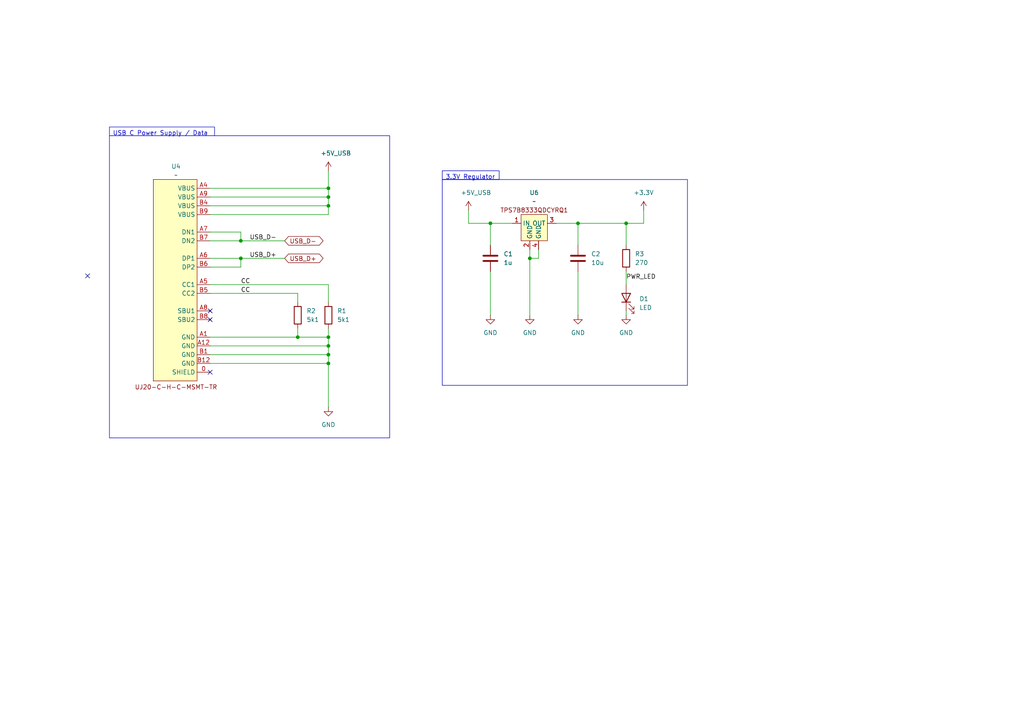
<source format=kicad_sch>
(kicad_sch
	(version 20231120)
	(generator "eeschema")
	(generator_version "8.0")
	(uuid "18f2d461-4e66-4e37-bdf1-5da1e1276a11")
	(paper "A4")
	(lib_symbols
		(symbol "+5V_USB_1"
			(power)
			(exclude_from_sim no)
			(in_bom no)
			(on_board no)
			(property "Reference" "#PWR"
				(at 0 0 0)
				(effects
					(font
						(size 1.27 1.27)
					)
					(hide yes)
				)
			)
			(property "Value" "+5V_USB"
				(at 0 0 0)
				(effects
					(font
						(size 1.27 1.27)
					)
				)
			)
			(property "Footprint" ""
				(at 0 0 0)
				(effects
					(font
						(size 1.27 1.27)
					)
					(hide yes)
				)
			)
			(property "Datasheet" ""
				(at 0 0 0)
				(effects
					(font
						(size 1.27 1.27)
					)
					(hide yes)
				)
			)
			(property "Description" ""
				(at 0 0 0)
				(effects
					(font
						(size 1.27 1.27)
					)
					(hide yes)
				)
			)
			(symbol "+5V_USB_1_0_1"
				(polyline
					(pts
						(xy 0 0) (xy 0 2.54)
					)
					(stroke
						(width 0)
						(type default)
					)
					(fill
						(type none)
					)
				)
				(polyline
					(pts
						(xy 0 2.54) (xy -0.762 1.27)
					)
					(stroke
						(width 0)
						(type default)
					)
					(fill
						(type none)
					)
				)
				(polyline
					(pts
						(xy 0 2.54) (xy 0.762 1.27)
					)
					(stroke
						(width 0)
						(type default)
					)
					(fill
						(type none)
					)
				)
				(polyline
					(pts
						(xy 5.08 0.889) (xy 5.08 0.889)
					)
					(stroke
						(width 0)
						(type default)
					)
					(fill
						(type none)
					)
				)
			)
			(symbol "+5V_USB_1_1_1"
				(pin power_out line
					(at 0 0 90)
					(length 2.54) hide
					(name "+5V_USB"
						(effects
							(font
								(size 1.27 1.27)
							)
						)
					)
					(number "1"
						(effects
							(font
								(size 1.27 1.27)
							)
						)
					)
				)
			)
		)
		(symbol "Device:C"
			(pin_numbers hide)
			(pin_names
				(offset 0.254)
			)
			(exclude_from_sim no)
			(in_bom yes)
			(on_board yes)
			(property "Reference" "C"
				(at 0.635 2.54 0)
				(effects
					(font
						(size 1.27 1.27)
					)
					(justify left)
				)
			)
			(property "Value" "C"
				(at 0.635 -2.54 0)
				(effects
					(font
						(size 1.27 1.27)
					)
					(justify left)
				)
			)
			(property "Footprint" ""
				(at 0.9652 -3.81 0)
				(effects
					(font
						(size 1.27 1.27)
					)
					(hide yes)
				)
			)
			(property "Datasheet" "~"
				(at 0 0 0)
				(effects
					(font
						(size 1.27 1.27)
					)
					(hide yes)
				)
			)
			(property "Description" "Unpolarized capacitor"
				(at 0 0 0)
				(effects
					(font
						(size 1.27 1.27)
					)
					(hide yes)
				)
			)
			(property "ki_keywords" "cap capacitor"
				(at 0 0 0)
				(effects
					(font
						(size 1.27 1.27)
					)
					(hide yes)
				)
			)
			(property "ki_fp_filters" "C_*"
				(at 0 0 0)
				(effects
					(font
						(size 1.27 1.27)
					)
					(hide yes)
				)
			)
			(symbol "C_0_1"
				(polyline
					(pts
						(xy -2.032 -0.762) (xy 2.032 -0.762)
					)
					(stroke
						(width 0.508)
						(type default)
					)
					(fill
						(type none)
					)
				)
				(polyline
					(pts
						(xy -2.032 0.762) (xy 2.032 0.762)
					)
					(stroke
						(width 0.508)
						(type default)
					)
					(fill
						(type none)
					)
				)
			)
			(symbol "C_1_1"
				(pin passive line
					(at 0 3.81 270)
					(length 2.794)
					(name "~"
						(effects
							(font
								(size 1.27 1.27)
							)
						)
					)
					(number "1"
						(effects
							(font
								(size 1.27 1.27)
							)
						)
					)
				)
				(pin passive line
					(at 0 -3.81 90)
					(length 2.794)
					(name "~"
						(effects
							(font
								(size 1.27 1.27)
							)
						)
					)
					(number "2"
						(effects
							(font
								(size 1.27 1.27)
							)
						)
					)
				)
			)
		)
		(symbol "Device:LED"
			(pin_numbers hide)
			(pin_names
				(offset 1.016) hide)
			(exclude_from_sim no)
			(in_bom yes)
			(on_board yes)
			(property "Reference" "D"
				(at 0 2.54 0)
				(effects
					(font
						(size 1.27 1.27)
					)
				)
			)
			(property "Value" "LED"
				(at 0 -2.54 0)
				(effects
					(font
						(size 1.27 1.27)
					)
				)
			)
			(property "Footprint" ""
				(at 0 0 0)
				(effects
					(font
						(size 1.27 1.27)
					)
					(hide yes)
				)
			)
			(property "Datasheet" "~"
				(at 0 0 0)
				(effects
					(font
						(size 1.27 1.27)
					)
					(hide yes)
				)
			)
			(property "Description" "Light emitting diode"
				(at 0 0 0)
				(effects
					(font
						(size 1.27 1.27)
					)
					(hide yes)
				)
			)
			(property "ki_keywords" "LED diode"
				(at 0 0 0)
				(effects
					(font
						(size 1.27 1.27)
					)
					(hide yes)
				)
			)
			(property "ki_fp_filters" "LED* LED_SMD:* LED_THT:*"
				(at 0 0 0)
				(effects
					(font
						(size 1.27 1.27)
					)
					(hide yes)
				)
			)
			(symbol "LED_0_1"
				(polyline
					(pts
						(xy -1.27 -1.27) (xy -1.27 1.27)
					)
					(stroke
						(width 0.254)
						(type default)
					)
					(fill
						(type none)
					)
				)
				(polyline
					(pts
						(xy -1.27 0) (xy 1.27 0)
					)
					(stroke
						(width 0)
						(type default)
					)
					(fill
						(type none)
					)
				)
				(polyline
					(pts
						(xy 1.27 -1.27) (xy 1.27 1.27) (xy -1.27 0) (xy 1.27 -1.27)
					)
					(stroke
						(width 0.254)
						(type default)
					)
					(fill
						(type none)
					)
				)
				(polyline
					(pts
						(xy -3.048 -0.762) (xy -4.572 -2.286) (xy -3.81 -2.286) (xy -4.572 -2.286) (xy -4.572 -1.524)
					)
					(stroke
						(width 0)
						(type default)
					)
					(fill
						(type none)
					)
				)
				(polyline
					(pts
						(xy -1.778 -0.762) (xy -3.302 -2.286) (xy -2.54 -2.286) (xy -3.302 -2.286) (xy -3.302 -1.524)
					)
					(stroke
						(width 0)
						(type default)
					)
					(fill
						(type none)
					)
				)
			)
			(symbol "LED_1_1"
				(pin passive line
					(at -3.81 0 0)
					(length 2.54)
					(name "K"
						(effects
							(font
								(size 1.27 1.27)
							)
						)
					)
					(number "1"
						(effects
							(font
								(size 1.27 1.27)
							)
						)
					)
				)
				(pin passive line
					(at 3.81 0 180)
					(length 2.54)
					(name "A"
						(effects
							(font
								(size 1.27 1.27)
							)
						)
					)
					(number "2"
						(effects
							(font
								(size 1.27 1.27)
							)
						)
					)
				)
			)
		)
		(symbol "Device:R"
			(pin_numbers hide)
			(pin_names
				(offset 0)
			)
			(exclude_from_sim no)
			(in_bom yes)
			(on_board yes)
			(property "Reference" "R"
				(at 2.032 0 90)
				(effects
					(font
						(size 1.27 1.27)
					)
				)
			)
			(property "Value" "R"
				(at 0 0 90)
				(effects
					(font
						(size 1.27 1.27)
					)
				)
			)
			(property "Footprint" ""
				(at -1.778 0 90)
				(effects
					(font
						(size 1.27 1.27)
					)
					(hide yes)
				)
			)
			(property "Datasheet" "~"
				(at 0 0 0)
				(effects
					(font
						(size 1.27 1.27)
					)
					(hide yes)
				)
			)
			(property "Description" "Resistor"
				(at 0 0 0)
				(effects
					(font
						(size 1.27 1.27)
					)
					(hide yes)
				)
			)
			(property "ki_keywords" "R res resistor"
				(at 0 0 0)
				(effects
					(font
						(size 1.27 1.27)
					)
					(hide yes)
				)
			)
			(property "ki_fp_filters" "R_*"
				(at 0 0 0)
				(effects
					(font
						(size 1.27 1.27)
					)
					(hide yes)
				)
			)
			(symbol "R_0_1"
				(rectangle
					(start -1.016 -2.54)
					(end 1.016 2.54)
					(stroke
						(width 0.254)
						(type default)
					)
					(fill
						(type none)
					)
				)
			)
			(symbol "R_1_1"
				(pin passive line
					(at 0 3.81 270)
					(length 1.27)
					(name "~"
						(effects
							(font
								(size 1.27 1.27)
							)
						)
					)
					(number "1"
						(effects
							(font
								(size 1.27 1.27)
							)
						)
					)
				)
				(pin passive line
					(at 0 -3.81 90)
					(length 1.27)
					(name "~"
						(effects
							(font
								(size 1.27 1.27)
							)
						)
					)
					(number "2"
						(effects
							(font
								(size 1.27 1.27)
							)
						)
					)
				)
			)
		)
		(symbol "custom:+5V_USB"
			(power)
			(exclude_from_sim no)
			(in_bom no)
			(on_board no)
			(property "Reference" "#PWR"
				(at 0 0 0)
				(effects
					(font
						(size 1.27 1.27)
					)
				)
			)
			(property "Value" "+5V_USB"
				(at 0 0 0)
				(effects
					(font
						(size 1.27 1.27)
					)
				)
			)
			(property "Footprint" ""
				(at 0 0 0)
				(effects
					(font
						(size 1.27 1.27)
					)
					(hide yes)
				)
			)
			(property "Datasheet" ""
				(at 0 0 0)
				(effects
					(font
						(size 1.27 1.27)
					)
					(hide yes)
				)
			)
			(property "Description" ""
				(at 0 0 0)
				(effects
					(font
						(size 1.27 1.27)
					)
					(hide yes)
				)
			)
			(symbol "+5V_USB_1_1"
				(pin power_in line
					(at 0 0 90)
					(length 2.54) hide
					(name "+5V_USB"
						(effects
							(font
								(size 1.27 1.27)
							)
						)
					)
					(number "1"
						(effects
							(font
								(size 1.27 1.27)
							)
						)
					)
				)
			)
		)
		(symbol "custom:TPS7B8333QDCYRQ1 (3.3V_LDO_Regulator)"
			(exclude_from_sim no)
			(in_bom yes)
			(on_board yes)
			(property "Reference" "U"
				(at 0 -0.254 0)
				(effects
					(font
						(size 1.27 1.27)
					)
				)
			)
			(property "Value" ""
				(at 0 -1.27 0)
				(effects
					(font
						(size 1.27 1.27)
					)
				)
			)
			(property "Footprint" ""
				(at 0 -1.27 0)
				(effects
					(font
						(size 1.27 1.27)
					)
					(hide yes)
				)
			)
			(property "Datasheet" ""
				(at 0 -1.27 0)
				(effects
					(font
						(size 1.27 1.27)
					)
					(hide yes)
				)
			)
			(property "Description" ""
				(at 0 -1.27 0)
				(effects
					(font
						(size 1.27 1.27)
					)
					(hide yes)
				)
			)
			(symbol "TPS7B8333QDCYRQ1 (3.3V_LDO_Regulator)_1_1"
				(rectangle
					(start -3.81 3.81)
					(end 3.81 -3.81)
					(stroke
						(width 0)
						(type default)
					)
					(fill
						(type background)
					)
				)
				(text "TPS7B8333QDCYRQ1"
					(at 0 5.08 0)
					(effects
						(font
							(size 1.27 1.27)
						)
					)
				)
				(pin power_in line
					(at -6.35 1.27 0)
					(length 2.54)
					(name "IN"
						(effects
							(font
								(size 1.27 1.27)
							)
						)
					)
					(number "1"
						(effects
							(font
								(size 1.27 1.27)
							)
						)
					)
				)
				(pin power_in line
					(at -1.27 -6.35 90)
					(length 2.54)
					(name "GND"
						(effects
							(font
								(size 1.27 1.27)
							)
						)
					)
					(number "2"
						(effects
							(font
								(size 1.27 1.27)
							)
						)
					)
				)
				(pin power_out line
					(at 6.35 1.27 180)
					(length 2.54)
					(name "OUT"
						(effects
							(font
								(size 1.27 1.27)
							)
						)
					)
					(number "3"
						(effects
							(font
								(size 1.27 1.27)
							)
						)
					)
				)
				(pin power_in line
					(at 1.27 -6.35 90)
					(length 2.54)
					(name "GND"
						(effects
							(font
								(size 1.27 1.27)
							)
						)
					)
					(number "4"
						(effects
							(font
								(size 1.27 1.27)
							)
						)
					)
				)
			)
		)
		(symbol "custom:UJ20-C-H-C-MSMT-TR (USB C 16 Pin)"
			(exclude_from_sim no)
			(in_bom yes)
			(on_board yes)
			(property "Reference" "U"
				(at 0 -0.254 0)
				(effects
					(font
						(size 1.27 1.27)
					)
				)
			)
			(property "Value" ""
				(at 16.51 -12.7 0)
				(effects
					(font
						(size 1.27 1.27)
					)
				)
			)
			(property "Footprint" ""
				(at 16.51 -12.7 0)
				(effects
					(font
						(size 1.27 1.27)
					)
					(hide yes)
				)
			)
			(property "Datasheet" ""
				(at 16.51 -12.7 0)
				(effects
					(font
						(size 1.27 1.27)
					)
					(hide yes)
				)
			)
			(property "Description" ""
				(at 16.51 -12.7 0)
				(effects
					(font
						(size 1.27 1.27)
					)
					(hide yes)
				)
			)
			(symbol "UJ20-C-H-C-MSMT-TR (USB C 16 Pin)_1_1"
				(rectangle
					(start -6.35 29.21)
					(end 6.35 -29.21)
					(stroke
						(width 0)
						(type default)
					)
					(fill
						(type background)
					)
				)
				(text "UJ20-C-H-C-MSMT-TR"
					(at 0.254 -30.988 0)
					(effects
						(font
							(size 1.27 1.27)
						)
					)
				)
				(pin power_out line
					(at 10.16 -26.67 180)
					(length 3.81)
					(name "SHIELD"
						(effects
							(font
								(size 1.27 1.27)
							)
						)
					)
					(number "0"
						(effects
							(font
								(size 1.27 1.27)
							)
						)
					)
				)
				(pin power_out line
					(at 10.16 -16.51 180)
					(length 3.81)
					(name "GND"
						(effects
							(font
								(size 1.27 1.27)
							)
						)
					)
					(number "A1"
						(effects
							(font
								(size 1.27 1.27)
							)
						)
					)
				)
				(pin power_out line
					(at 10.16 -19.05 180)
					(length 3.81)
					(name "GND"
						(effects
							(font
								(size 1.27 1.27)
							)
						)
					)
					(number "A12"
						(effects
							(font
								(size 1.27 1.27)
							)
						)
					)
				)
				(pin power_out line
					(at 10.16 26.67 180)
					(length 3.81)
					(name "VBUS"
						(effects
							(font
								(size 1.27 1.27)
							)
						)
					)
					(number "A4"
						(effects
							(font
								(size 1.27 1.27)
							)
						)
					)
				)
				(pin bidirectional line
					(at 10.16 -1.27 180)
					(length 3.81)
					(name "CC1"
						(effects
							(font
								(size 1.27 1.27)
							)
						)
					)
					(number "A5"
						(effects
							(font
								(size 1.27 1.27)
							)
						)
					)
				)
				(pin output line
					(at 10.16 6.35 180)
					(length 3.81)
					(name "DP1"
						(effects
							(font
								(size 1.27 1.27)
							)
						)
					)
					(number "A6"
						(effects
							(font
								(size 1.27 1.27)
							)
						)
					)
				)
				(pin output line
					(at 10.16 13.97 180)
					(length 3.81)
					(name "DN1"
						(effects
							(font
								(size 1.27 1.27)
							)
						)
					)
					(number "A7"
						(effects
							(font
								(size 1.27 1.27)
							)
						)
					)
				)
				(pin no_connect line
					(at 10.16 -8.89 180)
					(length 3.81)
					(name "SBU1"
						(effects
							(font
								(size 1.27 1.27)
							)
						)
					)
					(number "A8"
						(effects
							(font
								(size 1.27 1.27)
							)
						)
					)
				)
				(pin power_out line
					(at 10.16 24.13 180)
					(length 3.81)
					(name "VBUS"
						(effects
							(font
								(size 1.27 1.27)
							)
						)
					)
					(number "A9"
						(effects
							(font
								(size 1.27 1.27)
							)
						)
					)
				)
				(pin power_out line
					(at 10.16 -21.59 180)
					(length 3.81)
					(name "GND"
						(effects
							(font
								(size 1.27 1.27)
							)
						)
					)
					(number "B1"
						(effects
							(font
								(size 1.27 1.27)
							)
						)
					)
				)
				(pin power_out line
					(at 10.16 -24.13 180)
					(length 3.81)
					(name "GND"
						(effects
							(font
								(size 1.27 1.27)
							)
						)
					)
					(number "B12"
						(effects
							(font
								(size 1.27 1.27)
							)
						)
					)
				)
				(pin power_out line
					(at 10.16 21.59 180)
					(length 3.81)
					(name "VBUS"
						(effects
							(font
								(size 1.27 1.27)
							)
						)
					)
					(number "B4"
						(effects
							(font
								(size 1.27 1.27)
							)
						)
					)
				)
				(pin bidirectional line
					(at 10.16 -3.81 180)
					(length 3.81)
					(name "CC2"
						(effects
							(font
								(size 1.27 1.27)
							)
						)
					)
					(number "B5"
						(effects
							(font
								(size 1.27 1.27)
							)
						)
					)
				)
				(pin output line
					(at 10.16 3.81 180)
					(length 3.81)
					(name "DP2"
						(effects
							(font
								(size 1.27 1.27)
							)
						)
					)
					(number "B6"
						(effects
							(font
								(size 1.27 1.27)
							)
						)
					)
				)
				(pin output line
					(at 10.16 11.43 180)
					(length 3.81)
					(name "DN2"
						(effects
							(font
								(size 1.27 1.27)
							)
						)
					)
					(number "B7"
						(effects
							(font
								(size 1.27 1.27)
							)
						)
					)
				)
				(pin no_connect line
					(at 10.16 -11.43 180)
					(length 3.81)
					(name "SBU2"
						(effects
							(font
								(size 1.27 1.27)
							)
						)
					)
					(number "B8"
						(effects
							(font
								(size 1.27 1.27)
							)
						)
					)
				)
				(pin power_out line
					(at 10.16 19.05 180)
					(length 3.81)
					(name "VBUS"
						(effects
							(font
								(size 1.27 1.27)
							)
						)
					)
					(number "B9"
						(effects
							(font
								(size 1.27 1.27)
							)
						)
					)
				)
			)
		)
		(symbol "power:+3.3V"
			(power)
			(pin_numbers hide)
			(pin_names
				(offset 0) hide)
			(exclude_from_sim no)
			(in_bom yes)
			(on_board yes)
			(property "Reference" "#PWR"
				(at 0 -3.81 0)
				(effects
					(font
						(size 1.27 1.27)
					)
					(hide yes)
				)
			)
			(property "Value" "+3.3V"
				(at 0 3.556 0)
				(effects
					(font
						(size 1.27 1.27)
					)
				)
			)
			(property "Footprint" ""
				(at 0 0 0)
				(effects
					(font
						(size 1.27 1.27)
					)
					(hide yes)
				)
			)
			(property "Datasheet" ""
				(at 0 0 0)
				(effects
					(font
						(size 1.27 1.27)
					)
					(hide yes)
				)
			)
			(property "Description" "Power symbol creates a global label with name \"+3.3V\""
				(at 0 0 0)
				(effects
					(font
						(size 1.27 1.27)
					)
					(hide yes)
				)
			)
			(property "ki_keywords" "global power"
				(at 0 0 0)
				(effects
					(font
						(size 1.27 1.27)
					)
					(hide yes)
				)
			)
			(symbol "+3.3V_0_1"
				(polyline
					(pts
						(xy -0.762 1.27) (xy 0 2.54)
					)
					(stroke
						(width 0)
						(type default)
					)
					(fill
						(type none)
					)
				)
				(polyline
					(pts
						(xy 0 0) (xy 0 2.54)
					)
					(stroke
						(width 0)
						(type default)
					)
					(fill
						(type none)
					)
				)
				(polyline
					(pts
						(xy 0 2.54) (xy 0.762 1.27)
					)
					(stroke
						(width 0)
						(type default)
					)
					(fill
						(type none)
					)
				)
			)
			(symbol "+3.3V_1_1"
				(pin power_in line
					(at 0 0 90)
					(length 0)
					(name "~"
						(effects
							(font
								(size 1.27 1.27)
							)
						)
					)
					(number "1"
						(effects
							(font
								(size 1.27 1.27)
							)
						)
					)
				)
			)
		)
		(symbol "power:GND"
			(power)
			(pin_numbers hide)
			(pin_names
				(offset 0) hide)
			(exclude_from_sim no)
			(in_bom yes)
			(on_board yes)
			(property "Reference" "#PWR"
				(at 0 -6.35 0)
				(effects
					(font
						(size 1.27 1.27)
					)
					(hide yes)
				)
			)
			(property "Value" "GND"
				(at 0 -3.81 0)
				(effects
					(font
						(size 1.27 1.27)
					)
				)
			)
			(property "Footprint" ""
				(at 0 0 0)
				(effects
					(font
						(size 1.27 1.27)
					)
					(hide yes)
				)
			)
			(property "Datasheet" ""
				(at 0 0 0)
				(effects
					(font
						(size 1.27 1.27)
					)
					(hide yes)
				)
			)
			(property "Description" "Power symbol creates a global label with name \"GND\" , ground"
				(at 0 0 0)
				(effects
					(font
						(size 1.27 1.27)
					)
					(hide yes)
				)
			)
			(property "ki_keywords" "global power"
				(at 0 0 0)
				(effects
					(font
						(size 1.27 1.27)
					)
					(hide yes)
				)
			)
			(symbol "GND_0_1"
				(polyline
					(pts
						(xy 0 0) (xy 0 -1.27) (xy 1.27 -1.27) (xy 0 -2.54) (xy -1.27 -1.27) (xy 0 -1.27)
					)
					(stroke
						(width 0)
						(type default)
					)
					(fill
						(type none)
					)
				)
			)
			(symbol "GND_1_1"
				(pin power_in line
					(at 0 0 270)
					(length 0)
					(name "~"
						(effects
							(font
								(size 1.27 1.27)
							)
						)
					)
					(number "1"
						(effects
							(font
								(size 1.27 1.27)
							)
						)
					)
				)
			)
		)
	)
	(junction
		(at 69.85 69.85)
		(diameter 0)
		(color 0 0 0 0)
		(uuid "006c0120-92ac-413e-82be-24bbe5a3d0b1")
	)
	(junction
		(at 69.85 74.93)
		(diameter 0)
		(color 0 0 0 0)
		(uuid "01cde326-7f26-46f0-8525-5e56643cd451")
	)
	(junction
		(at 95.25 59.69)
		(diameter 0)
		(color 0 0 0 0)
		(uuid "0da41bcd-1f0f-44a2-acb3-8a7c021681a7")
	)
	(junction
		(at 95.25 102.87)
		(diameter 0)
		(color 0 0 0 0)
		(uuid "22d3872c-4536-42d1-8876-6cf28761ea1a")
	)
	(junction
		(at 95.25 54.61)
		(diameter 0)
		(color 0 0 0 0)
		(uuid "5d2fb3a1-ca46-41b8-b2cf-f7823f3130fa")
	)
	(junction
		(at 95.25 97.79)
		(diameter 0)
		(color 0 0 0 0)
		(uuid "90cb57a2-89f1-44d1-a328-484baa5d85f6")
	)
	(junction
		(at 153.67 74.93)
		(diameter 0)
		(color 0 0 0 0)
		(uuid "911d84d1-9b10-4c69-9e2b-6ae065926c42")
	)
	(junction
		(at 95.25 57.15)
		(diameter 0)
		(color 0 0 0 0)
		(uuid "9197655c-0ddc-4e0e-b8f9-b685b2a84fc2")
	)
	(junction
		(at 181.61 64.77)
		(diameter 0)
		(color 0 0 0 0)
		(uuid "a490c7d7-b0cc-47b6-ab56-1a09988bcfe7")
	)
	(junction
		(at 86.36 97.79)
		(diameter 0)
		(color 0 0 0 0)
		(uuid "b46c5fdb-1a75-48d3-8f6f-ba3ca3299ada")
	)
	(junction
		(at 167.64 64.77)
		(diameter 0)
		(color 0 0 0 0)
		(uuid "c99cf8d8-a5ed-4369-b270-fa2be04226ad")
	)
	(junction
		(at 95.25 100.33)
		(diameter 0)
		(color 0 0 0 0)
		(uuid "e7021eb2-1b60-449d-96d8-503daeaebb39")
	)
	(junction
		(at 95.25 105.41)
		(diameter 0)
		(color 0 0 0 0)
		(uuid "f12e7872-06d6-40cc-afcc-9fb46e7133b3")
	)
	(junction
		(at 142.24 64.77)
		(diameter 0)
		(color 0 0 0 0)
		(uuid "fc12bf77-d75c-45cb-85a8-de9349f97714")
	)
	(no_connect
		(at 60.96 92.71)
		(uuid "6d1f93d6-31cd-4a26-9afa-629d8a31d415")
	)
	(no_connect
		(at 25.4 80.01)
		(uuid "c09e6b1d-bf4a-4a2a-859c-bc7bbb9f2c40")
	)
	(no_connect
		(at 60.96 90.17)
		(uuid "d1f8eaf9-fccb-41c4-8ad1-24f480caf717")
	)
	(no_connect
		(at 60.96 107.95)
		(uuid "fed74963-b907-404c-b31d-2867d899fd8e")
	)
	(wire
		(pts
			(xy 142.24 64.77) (xy 148.59 64.77)
		)
		(stroke
			(width 0)
			(type default)
		)
		(uuid "05fc541f-4934-46e9-beb1-cde8ab723679")
	)
	(wire
		(pts
			(xy 60.96 97.79) (xy 86.36 97.79)
		)
		(stroke
			(width 0)
			(type default)
		)
		(uuid "076d0535-8a1b-4ea0-8c77-63b7c8714915")
	)
	(wire
		(pts
			(xy 181.61 64.77) (xy 186.69 64.77)
		)
		(stroke
			(width 0)
			(type default)
		)
		(uuid "0ceae4ad-31ae-4d1f-a4e6-512af1fcd54b")
	)
	(wire
		(pts
			(xy 69.85 77.47) (xy 69.85 74.93)
		)
		(stroke
			(width 0)
			(type default)
		)
		(uuid "10af97e8-cc5f-4851-aade-a89fdb683fee")
	)
	(wire
		(pts
			(xy 156.21 72.39) (xy 156.21 74.93)
		)
		(stroke
			(width 0)
			(type default)
		)
		(uuid "15c5e0b3-0a57-4004-83c8-0c69fad8e282")
	)
	(wire
		(pts
			(xy 95.25 100.33) (xy 95.25 102.87)
		)
		(stroke
			(width 0)
			(type default)
		)
		(uuid "164b6b4e-a118-4189-a554-8c76f85634e9")
	)
	(wire
		(pts
			(xy 60.96 85.09) (xy 86.36 85.09)
		)
		(stroke
			(width 0)
			(type default)
		)
		(uuid "16c309f8-7868-4594-910a-61606b6856e6")
	)
	(wire
		(pts
			(xy 60.96 105.41) (xy 95.25 105.41)
		)
		(stroke
			(width 0)
			(type default)
		)
		(uuid "1987a2b5-6b62-488e-94c1-ba75ab3afec7")
	)
	(wire
		(pts
			(xy 95.25 102.87) (xy 95.25 105.41)
		)
		(stroke
			(width 0)
			(type default)
		)
		(uuid "1c2d7843-4e5d-4e90-9c9c-c5a6261c1ac6")
	)
	(wire
		(pts
			(xy 69.85 69.85) (xy 69.85 67.31)
		)
		(stroke
			(width 0)
			(type default)
		)
		(uuid "2a3fdaff-4bad-4e90-936b-1c867c29ce89")
	)
	(wire
		(pts
			(xy 60.96 57.15) (xy 95.25 57.15)
		)
		(stroke
			(width 0)
			(type default)
		)
		(uuid "30e46429-f760-47ea-886a-7575804943df")
	)
	(wire
		(pts
			(xy 60.96 74.93) (xy 69.85 74.93)
		)
		(stroke
			(width 0)
			(type default)
		)
		(uuid "38c80876-7931-4f01-8149-fb845f6e3e72")
	)
	(wire
		(pts
			(xy 167.64 64.77) (xy 181.61 64.77)
		)
		(stroke
			(width 0)
			(type default)
		)
		(uuid "48691299-da6f-4aad-b15a-779396fc24f1")
	)
	(wire
		(pts
			(xy 95.25 59.69) (xy 95.25 57.15)
		)
		(stroke
			(width 0)
			(type default)
		)
		(uuid "57bd3462-330b-45ee-9c72-5f01bc9bfe08")
	)
	(wire
		(pts
			(xy 82.55 69.85) (xy 69.85 69.85)
		)
		(stroke
			(width 0)
			(type default)
		)
		(uuid "60d6471d-fd96-41e7-a52c-be74b994d355")
	)
	(wire
		(pts
			(xy 156.21 74.93) (xy 153.67 74.93)
		)
		(stroke
			(width 0)
			(type default)
		)
		(uuid "6919c593-dab2-443e-b263-0265365670d9")
	)
	(wire
		(pts
			(xy 95.25 57.15) (xy 95.25 54.61)
		)
		(stroke
			(width 0)
			(type default)
		)
		(uuid "6fe6f8b9-b819-43aa-90d4-d18205d266ad")
	)
	(wire
		(pts
			(xy 95.25 105.41) (xy 95.25 118.11)
		)
		(stroke
			(width 0)
			(type default)
		)
		(uuid "71ef331e-2322-42f0-932a-66b21a4c8aa1")
	)
	(wire
		(pts
			(xy 60.96 100.33) (xy 95.25 100.33)
		)
		(stroke
			(width 0)
			(type default)
		)
		(uuid "7beba15d-b825-45f4-b4c3-a5798ca946d2")
	)
	(wire
		(pts
			(xy 60.96 77.47) (xy 69.85 77.47)
		)
		(stroke
			(width 0)
			(type default)
		)
		(uuid "7c19e56b-c6ff-41b8-8a6d-e5abaeb930af")
	)
	(wire
		(pts
			(xy 60.96 62.23) (xy 95.25 62.23)
		)
		(stroke
			(width 0)
			(type default)
		)
		(uuid "80ac90c7-ca11-4d90-ad99-c8b0ebadd683")
	)
	(wire
		(pts
			(xy 161.29 64.77) (xy 167.64 64.77)
		)
		(stroke
			(width 0)
			(type default)
		)
		(uuid "83e0654c-1e4c-4b70-9725-33a050ba4006")
	)
	(wire
		(pts
			(xy 181.61 64.77) (xy 181.61 71.12)
		)
		(stroke
			(width 0)
			(type default)
		)
		(uuid "8c465c13-748f-4d11-ac1e-cb461adae82f")
	)
	(wire
		(pts
			(xy 186.69 60.96) (xy 186.69 64.77)
		)
		(stroke
			(width 0)
			(type default)
		)
		(uuid "8dcf261a-0a67-4320-8f28-88f8c68f231c")
	)
	(wire
		(pts
			(xy 95.25 95.25) (xy 95.25 97.79)
		)
		(stroke
			(width 0)
			(type default)
		)
		(uuid "956d3880-d039-41b3-9f1f-04fe1d241dd2")
	)
	(wire
		(pts
			(xy 60.96 59.69) (xy 95.25 59.69)
		)
		(stroke
			(width 0)
			(type default)
		)
		(uuid "9edaed43-1057-4981-bae1-98e5ad9c52c5")
	)
	(wire
		(pts
			(xy 95.25 82.55) (xy 95.25 87.63)
		)
		(stroke
			(width 0)
			(type default)
		)
		(uuid "a34fa14b-70da-4421-b398-4199bdaadc0e")
	)
	(wire
		(pts
			(xy 167.64 78.74) (xy 167.64 91.44)
		)
		(stroke
			(width 0)
			(type default)
		)
		(uuid "a51ca614-bd9f-4ea3-8ac6-0a0da5617628")
	)
	(wire
		(pts
			(xy 153.67 72.39) (xy 153.67 74.93)
		)
		(stroke
			(width 0)
			(type default)
		)
		(uuid "ab65bae6-0fc9-4aed-b797-32f491a73588")
	)
	(wire
		(pts
			(xy 86.36 95.25) (xy 86.36 97.79)
		)
		(stroke
			(width 0)
			(type default)
		)
		(uuid "af3b0ac0-c6b7-427e-ae34-401cb616bb47")
	)
	(wire
		(pts
			(xy 60.96 54.61) (xy 95.25 54.61)
		)
		(stroke
			(width 0)
			(type default)
		)
		(uuid "b0df6876-05de-4af6-bd56-5d8a3d02b935")
	)
	(wire
		(pts
			(xy 135.89 60.96) (xy 135.89 64.77)
		)
		(stroke
			(width 0)
			(type default)
		)
		(uuid "b347982f-f612-417d-8770-06599147c6cf")
	)
	(wire
		(pts
			(xy 142.24 64.77) (xy 142.24 71.12)
		)
		(stroke
			(width 0)
			(type default)
		)
		(uuid "bf042d03-d5bd-4cc8-a1f0-b34bbf6c8073")
	)
	(wire
		(pts
			(xy 60.96 69.85) (xy 69.85 69.85)
		)
		(stroke
			(width 0)
			(type default)
		)
		(uuid "c279fe0f-e212-416b-bc41-8d1397fbb0c6")
	)
	(wire
		(pts
			(xy 60.96 82.55) (xy 95.25 82.55)
		)
		(stroke
			(width 0)
			(type default)
		)
		(uuid "cb2f68f4-a949-49c4-afc3-a921a02baafa")
	)
	(wire
		(pts
			(xy 135.89 64.77) (xy 142.24 64.77)
		)
		(stroke
			(width 0)
			(type default)
		)
		(uuid "cc9316f6-fd2a-4e2c-9a13-0169ebb9a7c9")
	)
	(wire
		(pts
			(xy 60.96 102.87) (xy 95.25 102.87)
		)
		(stroke
			(width 0)
			(type default)
		)
		(uuid "cdcd89a5-045d-430a-99e6-bb5262b42684")
	)
	(wire
		(pts
			(xy 181.61 90.17) (xy 181.61 91.44)
		)
		(stroke
			(width 0)
			(type default)
		)
		(uuid "ce24ce10-fd0d-4944-9df3-92de2148ec19")
	)
	(wire
		(pts
			(xy 86.36 97.79) (xy 95.25 97.79)
		)
		(stroke
			(width 0)
			(type default)
		)
		(uuid "d1948735-7cf1-4178-b4aa-a48866b7c7d2")
	)
	(wire
		(pts
			(xy 153.67 74.93) (xy 153.67 91.44)
		)
		(stroke
			(width 0)
			(type default)
		)
		(uuid "d3c36039-18da-4a14-9f0d-b4c02a30e0c5")
	)
	(wire
		(pts
			(xy 142.24 78.74) (xy 142.24 91.44)
		)
		(stroke
			(width 0)
			(type default)
		)
		(uuid "d86b38da-7413-46ce-8de2-3a33e3063aef")
	)
	(wire
		(pts
			(xy 95.25 97.79) (xy 95.25 100.33)
		)
		(stroke
			(width 0)
			(type default)
		)
		(uuid "da6fa77e-6b03-4201-93e3-32b4a6a745f7")
	)
	(wire
		(pts
			(xy 86.36 85.09) (xy 86.36 87.63)
		)
		(stroke
			(width 0)
			(type default)
		)
		(uuid "eecb87b6-724e-42b2-ba02-e97c0623b0e5")
	)
	(wire
		(pts
			(xy 181.61 78.74) (xy 181.61 82.55)
		)
		(stroke
			(width 0)
			(type default)
		)
		(uuid "f0a9804e-4a2f-48b7-92e2-05e86b7a3dcd")
	)
	(wire
		(pts
			(xy 82.55 74.93) (xy 69.85 74.93)
		)
		(stroke
			(width 0)
			(type default)
		)
		(uuid "f268bda6-7ce9-4fde-92dc-f8bc6c364720")
	)
	(wire
		(pts
			(xy 167.64 64.77) (xy 167.64 71.12)
		)
		(stroke
			(width 0)
			(type default)
		)
		(uuid "fc04cbe3-ad1d-456d-abed-4570904e905c")
	)
	(wire
		(pts
			(xy 60.96 67.31) (xy 69.85 67.31)
		)
		(stroke
			(width 0)
			(type default)
		)
		(uuid "fd3e8357-f0e3-4385-ae4b-bdc318aa3644")
	)
	(wire
		(pts
			(xy 95.25 62.23) (xy 95.25 59.69)
		)
		(stroke
			(width 0)
			(type default)
		)
		(uuid "fea53086-34aa-4646-93e9-a250ac6b2623")
	)
	(wire
		(pts
			(xy 95.25 49.53) (xy 95.25 54.61)
		)
		(stroke
			(width 0)
			(type default)
		)
		(uuid "fedd5e8a-b241-4fda-a8bc-0563999457c2")
	)
	(rectangle
		(start 31.75 39.37)
		(end 113.03 127)
		(stroke
			(width 0)
			(type default)
		)
		(fill
			(type none)
		)
		(uuid 3a93f580-9df4-4e4c-b9d9-5be120b83ecb)
	)
	(rectangle
		(start 128.27 52.07)
		(end 199.39 111.76)
		(stroke
			(width 0)
			(type default)
		)
		(fill
			(type none)
		)
		(uuid 69065580-03c4-4b04-9d8a-c7474922f114)
	)
	(text_box "USB C Power Supply / Data"
		(exclude_from_sim no)
		(at 31.75 36.83 0)
		(size 30.48 2.54)
		(stroke
			(width 0)
			(type default)
		)
		(fill
			(type none)
		)
		(effects
			(font
				(size 1.27 1.27)
			)
			(justify left top)
		)
		(uuid "583f5638-a7f5-45a0-a1c8-4e0c4ab68382")
	)
	(text_box "3.3V Regulator"
		(exclude_from_sim no)
		(at 128.27 49.53 0)
		(size 16.51 2.54)
		(stroke
			(width 0)
			(type default)
		)
		(fill
			(type none)
		)
		(effects
			(font
				(size 1.27 1.27)
			)
			(justify left top)
		)
		(uuid "7a7b315d-6fa5-4e44-a69d-7df7a2945d32")
	)
	(label "PWR_LED"
		(at 181.61 81.28 0)
		(fields_autoplaced yes)
		(effects
			(font
				(size 1.27 1.27)
			)
			(justify left bottom)
		)
		(uuid "31b9c3de-0e97-4eed-aaca-de0e0817eb2a")
	)
	(label "CC"
		(at 69.85 85.09 0)
		(fields_autoplaced yes)
		(effects
			(font
				(size 1.27 1.27)
			)
			(justify left bottom)
		)
		(uuid "98e695cb-34a9-43ea-9f2e-d72d52da888c")
	)
	(label "USB_D+"
		(at 72.39 74.93 0)
		(fields_autoplaced yes)
		(effects
			(font
				(size 1.27 1.27)
			)
			(justify left bottom)
		)
		(uuid "9f1c7226-4c75-4dd9-92a3-5181f8ff1b15")
	)
	(label "CC"
		(at 69.85 82.55 0)
		(fields_autoplaced yes)
		(effects
			(font
				(size 1.27 1.27)
			)
			(justify left bottom)
		)
		(uuid "c02c1ec4-fb94-4c1f-97cd-c193cab600c0")
	)
	(label "USB_D-"
		(at 72.39 69.85 0)
		(fields_autoplaced yes)
		(effects
			(font
				(size 1.27 1.27)
			)
			(justify left bottom)
		)
		(uuid "c9350282-646b-4824-a209-5bbc0bbcdd00")
	)
	(global_label "USB_D-"
		(shape bidirectional)
		(at 82.55 69.85 0)
		(fields_autoplaced yes)
		(effects
			(font
				(size 1.27 1.27)
			)
			(justify left)
		)
		(uuid "7935495b-bcf6-40ef-99b2-4a0b2b6479cc")
		(property "Intersheetrefs" "${INTERSHEET_REFS}"
			(at 94.2665 69.85 0)
			(effects
				(font
					(size 1.27 1.27)
				)
				(justify left)
				(hide yes)
			)
		)
	)
	(global_label "USB_D+"
		(shape bidirectional)
		(at 82.55 74.93 0)
		(fields_autoplaced yes)
		(effects
			(font
				(size 1.27 1.27)
			)
			(justify left)
		)
		(uuid "ffd7b938-870d-46d7-a20f-4f06debc8bcb")
		(property "Intersheetrefs" "${INTERSHEET_REFS}"
			(at 94.2665 74.93 0)
			(effects
				(font
					(size 1.27 1.27)
				)
				(justify left)
				(hide yes)
			)
		)
	)
	(symbol
		(lib_id "Device:R")
		(at 181.61 74.93 0)
		(unit 1)
		(exclude_from_sim no)
		(in_bom yes)
		(on_board yes)
		(dnp no)
		(fields_autoplaced yes)
		(uuid "055f5224-1d7e-487c-a177-79c6e0a84e5d")
		(property "Reference" "R3"
			(at 184.15 73.6599 0)
			(effects
				(font
					(size 1.27 1.27)
				)
				(justify left)
			)
		)
		(property "Value" "270"
			(at 184.15 76.1999 0)
			(effects
				(font
					(size 1.27 1.27)
				)
				(justify left)
			)
		)
		(property "Footprint" "Resistor_SMD:R_0603_1608Metric"
			(at 179.832 74.93 90)
			(effects
				(font
					(size 1.27 1.27)
				)
				(hide yes)
			)
		)
		(property "Datasheet" "~"
			(at 181.61 74.93 0)
			(effects
				(font
					(size 1.27 1.27)
				)
				(hide yes)
			)
		)
		(property "Description" "Resistor"
			(at 181.61 74.93 0)
			(effects
				(font
					(size 1.27 1.27)
				)
				(hide yes)
			)
		)
		(pin "1"
			(uuid "44e41452-83e2-4029-b49f-53511e382be9")
		)
		(pin "2"
			(uuid "ea072554-c8ce-4f9b-9ca6-73daf0b9f1fb")
		)
		(instances
			(project ""
				(path "/342e1e7c-839e-4cd3-a9c3-2caee679f2e5/13c5de07-3255-4d28-9ff7-29d107a6e2e5"
					(reference "R3")
					(unit 1)
				)
			)
		)
	)
	(symbol
		(lib_id "Device:C")
		(at 167.64 74.93 0)
		(unit 1)
		(exclude_from_sim no)
		(in_bom yes)
		(on_board yes)
		(dnp no)
		(fields_autoplaced yes)
		(uuid "06757452-2127-4741-9d33-3e29c75f5108")
		(property "Reference" "C2"
			(at 171.45 73.6599 0)
			(effects
				(font
					(size 1.27 1.27)
				)
				(justify left)
			)
		)
		(property "Value" "10u"
			(at 171.45 76.1999 0)
			(effects
				(font
					(size 1.27 1.27)
				)
				(justify left)
			)
		)
		(property "Footprint" "Capacitor_SMD:C_0603_1608Metric"
			(at 168.6052 78.74 0)
			(effects
				(font
					(size 1.27 1.27)
				)
				(hide yes)
			)
		)
		(property "Datasheet" "~"
			(at 167.64 74.93 0)
			(effects
				(font
					(size 1.27 1.27)
				)
				(hide yes)
			)
		)
		(property "Description" "Unpolarized capacitor"
			(at 167.64 74.93 0)
			(effects
				(font
					(size 1.27 1.27)
				)
				(hide yes)
			)
		)
		(pin "1"
			(uuid "bcf87673-1ac2-4966-87e4-a89eba321e92")
		)
		(pin "2"
			(uuid "ffb25a4d-a596-4088-875a-440ddbc71678")
		)
		(instances
			(project "stm32G0_mcu"
				(path "/342e1e7c-839e-4cd3-a9c3-2caee679f2e5/13c5de07-3255-4d28-9ff7-29d107a6e2e5"
					(reference "C2")
					(unit 1)
				)
			)
		)
	)
	(symbol
		(lib_id "Device:R")
		(at 86.36 91.44 0)
		(unit 1)
		(exclude_from_sim no)
		(in_bom yes)
		(on_board yes)
		(dnp no)
		(fields_autoplaced yes)
		(uuid "0e15502a-bcf7-4765-b342-84cfadf178af")
		(property "Reference" "R2"
			(at 88.9 90.1699 0)
			(effects
				(font
					(size 1.27 1.27)
				)
				(justify left)
			)
		)
		(property "Value" "5k1"
			(at 88.9 92.7099 0)
			(effects
				(font
					(size 1.27 1.27)
				)
				(justify left)
			)
		)
		(property "Footprint" "Resistor_SMD:R_0603_1608Metric"
			(at 84.582 91.44 90)
			(effects
				(font
					(size 1.27 1.27)
				)
				(hide yes)
			)
		)
		(property "Datasheet" "~"
			(at 86.36 91.44 0)
			(effects
				(font
					(size 1.27 1.27)
				)
				(hide yes)
			)
		)
		(property "Description" "Resistor"
			(at 86.36 91.44 0)
			(effects
				(font
					(size 1.27 1.27)
				)
				(hide yes)
			)
		)
		(pin "1"
			(uuid "0ee248ab-5d6e-41d1-b686-797ea7966632")
		)
		(pin "2"
			(uuid "0efba210-1d01-43e7-853f-eee9f7e239d0")
		)
		(instances
			(project "stm32G0_mcu"
				(path "/342e1e7c-839e-4cd3-a9c3-2caee679f2e5/13c5de07-3255-4d28-9ff7-29d107a6e2e5"
					(reference "R2")
					(unit 1)
				)
			)
		)
	)
	(symbol
		(lib_id "Device:C")
		(at 142.24 74.93 0)
		(unit 1)
		(exclude_from_sim no)
		(in_bom yes)
		(on_board yes)
		(dnp no)
		(fields_autoplaced yes)
		(uuid "139d2ae5-036d-4754-aae4-764c8c715da2")
		(property "Reference" "C1"
			(at 146.05 73.6599 0)
			(effects
				(font
					(size 1.27 1.27)
				)
				(justify left)
			)
		)
		(property "Value" "1u"
			(at 146.05 76.1999 0)
			(effects
				(font
					(size 1.27 1.27)
				)
				(justify left)
			)
		)
		(property "Footprint" "Capacitor_SMD:C_0603_1608Metric"
			(at 143.2052 78.74 0)
			(effects
				(font
					(size 1.27 1.27)
				)
				(hide yes)
			)
		)
		(property "Datasheet" "~"
			(at 142.24 74.93 0)
			(effects
				(font
					(size 1.27 1.27)
				)
				(hide yes)
			)
		)
		(property "Description" "Unpolarized capacitor"
			(at 142.24 74.93 0)
			(effects
				(font
					(size 1.27 1.27)
				)
				(hide yes)
			)
		)
		(pin "1"
			(uuid "c06da74e-c58e-48b0-80d4-a296237cb03c")
		)
		(pin "2"
			(uuid "b74e4799-0373-4b02-bd19-9992b12e9fa7")
		)
		(instances
			(project ""
				(path "/342e1e7c-839e-4cd3-a9c3-2caee679f2e5/13c5de07-3255-4d28-9ff7-29d107a6e2e5"
					(reference "C1")
					(unit 1)
				)
			)
		)
	)
	(symbol
		(lib_id "custom:TPS7B8333QDCYRQ1 (3.3V_LDO_Regulator)")
		(at 154.94 66.04 0)
		(unit 1)
		(exclude_from_sim no)
		(in_bom yes)
		(on_board yes)
		(dnp no)
		(fields_autoplaced yes)
		(uuid "1b0e75ff-2ec2-44e0-bc1a-d8d4575be810")
		(property "Reference" "U6"
			(at 154.94 55.88 0)
			(effects
				(font
					(size 1.27 1.27)
				)
			)
		)
		(property "Value" "~"
			(at 154.94 58.42 0)
			(effects
				(font
					(size 1.27 1.27)
				)
			)
		)
		(property "Footprint" "custom:TPS7B8333QDCYRQ1"
			(at 154.94 67.31 0)
			(effects
				(font
					(size 1.27 1.27)
				)
				(hide yes)
			)
		)
		(property "Datasheet" ""
			(at 154.94 67.31 0)
			(effects
				(font
					(size 1.27 1.27)
				)
				(hide yes)
			)
		)
		(property "Description" ""
			(at 154.94 67.31 0)
			(effects
				(font
					(size 1.27 1.27)
				)
				(hide yes)
			)
		)
		(pin "2"
			(uuid "991f9e1a-b693-4f59-8bef-0f404fc2fbeb")
		)
		(pin "3"
			(uuid "4c8713fc-fda6-46ca-a2ed-e6d551cd02ef")
		)
		(pin "1"
			(uuid "99e2c913-aecb-4a96-9331-6d89a3b0d1fe")
		)
		(pin "4"
			(uuid "07866801-c8ab-4759-850d-5195963c3f31")
		)
		(instances
			(project ""
				(path "/342e1e7c-839e-4cd3-a9c3-2caee679f2e5/13c5de07-3255-4d28-9ff7-29d107a6e2e5"
					(reference "U6")
					(unit 1)
				)
			)
		)
	)
	(symbol
		(lib_id "Device:R")
		(at 95.25 91.44 0)
		(unit 1)
		(exclude_from_sim no)
		(in_bom yes)
		(on_board yes)
		(dnp no)
		(fields_autoplaced yes)
		(uuid "30b5031a-b064-4ab5-b61c-6f447a2bed63")
		(property "Reference" "R1"
			(at 97.79 90.1699 0)
			(effects
				(font
					(size 1.27 1.27)
				)
				(justify left)
			)
		)
		(property "Value" "5k1"
			(at 97.79 92.7099 0)
			(effects
				(font
					(size 1.27 1.27)
				)
				(justify left)
			)
		)
		(property "Footprint" "Resistor_SMD:R_0603_1608Metric"
			(at 93.472 91.44 90)
			(effects
				(font
					(size 1.27 1.27)
				)
				(hide yes)
			)
		)
		(property "Datasheet" "~"
			(at 95.25 91.44 0)
			(effects
				(font
					(size 1.27 1.27)
				)
				(hide yes)
			)
		)
		(property "Description" "Resistor"
			(at 95.25 91.44 0)
			(effects
				(font
					(size 1.27 1.27)
				)
				(hide yes)
			)
		)
		(pin "1"
			(uuid "06a0d4ef-2c8e-44f2-bc7f-6681e696d372")
		)
		(pin "2"
			(uuid "692d811e-1f6c-4d24-9cba-7bfdeb7d9ae1")
		)
		(instances
			(project ""
				(path "/342e1e7c-839e-4cd3-a9c3-2caee679f2e5/13c5de07-3255-4d28-9ff7-29d107a6e2e5"
					(reference "R1")
					(unit 1)
				)
			)
		)
	)
	(symbol
		(lib_id "power:GND")
		(at 142.24 91.44 0)
		(unit 1)
		(exclude_from_sim no)
		(in_bom yes)
		(on_board yes)
		(dnp no)
		(fields_autoplaced yes)
		(uuid "38822ae0-2028-4355-ab92-2da6c4c5ffe6")
		(property "Reference" "#PWR015"
			(at 142.24 97.79 0)
			(effects
				(font
					(size 1.27 1.27)
				)
				(hide yes)
			)
		)
		(property "Value" "GND"
			(at 142.24 96.52 0)
			(effects
				(font
					(size 1.27 1.27)
				)
			)
		)
		(property "Footprint" ""
			(at 142.24 91.44 0)
			(effects
				(font
					(size 1.27 1.27)
				)
				(hide yes)
			)
		)
		(property "Datasheet" ""
			(at 142.24 91.44 0)
			(effects
				(font
					(size 1.27 1.27)
				)
				(hide yes)
			)
		)
		(property "Description" "Power symbol creates a global label with name \"GND\" , ground"
			(at 142.24 91.44 0)
			(effects
				(font
					(size 1.27 1.27)
				)
				(hide yes)
			)
		)
		(pin "1"
			(uuid "338ee61c-3690-40b9-8451-16a58d370c13")
		)
		(instances
			(project "stm32G0_mcu"
				(path "/342e1e7c-839e-4cd3-a9c3-2caee679f2e5/13c5de07-3255-4d28-9ff7-29d107a6e2e5"
					(reference "#PWR015")
					(unit 1)
				)
			)
		)
	)
	(symbol
		(lib_id "custom:UJ20-C-H-C-MSMT-TR (USB C 16 Pin)")
		(at 50.8 81.28 0)
		(unit 1)
		(exclude_from_sim no)
		(in_bom yes)
		(on_board yes)
		(dnp no)
		(fields_autoplaced yes)
		(uuid "40944cfe-c150-4ea1-9f19-2b68678643aa")
		(property "Reference" "U4"
			(at 51.054 48.26 0)
			(effects
				(font
					(size 1.27 1.27)
				)
			)
		)
		(property "Value" "~"
			(at 51.054 50.8 0)
			(effects
				(font
					(size 1.27 1.27)
				)
			)
		)
		(property "Footprint" "custom:UJ20-C-H-C-MSMT-TR"
			(at 67.31 93.98 0)
			(effects
				(font
					(size 1.27 1.27)
				)
				(hide yes)
			)
		)
		(property "Datasheet" ""
			(at 67.31 93.98 0)
			(effects
				(font
					(size 1.27 1.27)
				)
				(hide yes)
			)
		)
		(property "Description" ""
			(at 67.31 93.98 0)
			(effects
				(font
					(size 1.27 1.27)
				)
				(hide yes)
			)
		)
		(pin "B6"
			(uuid "f8227457-2960-49ac-a5ca-4acc8b24b7c2")
		)
		(pin "0"
			(uuid "09e4f932-bac6-4610-b697-4127b2981596")
		)
		(pin "A5"
			(uuid "5a0e3715-19f3-4d35-9a66-34e786a649ff")
		)
		(pin "B8"
			(uuid "af9c51cc-2ff5-4114-bb65-2fcff0d2d736")
		)
		(pin "A12"
			(uuid "dfb87d1e-ab77-47b2-99c7-2ad26c1b2ea6")
		)
		(pin "A6"
			(uuid "48b6a92f-bb66-4f14-a94b-d39e15ce74bf")
		)
		(pin "A8"
			(uuid "0f75f56f-a52c-4414-bc2d-963fdd130482")
		)
		(pin "B4"
			(uuid "0a63d49b-8417-4457-acd0-ea063dc3ae4a")
		)
		(pin "B5"
			(uuid "3faace34-a282-42c8-bf8e-6b0e7f2da7e9")
		)
		(pin "B7"
			(uuid "1a90f0ed-d10a-41f6-821a-cd1bba0fdbb9")
		)
		(pin "A1"
			(uuid "e06218f1-ec23-4cfb-b8a8-0c0b62bce569")
		)
		(pin "A4"
			(uuid "9b045d62-be9b-4cf5-ad30-c73dcd1988e7")
		)
		(pin "A7"
			(uuid "0606991d-123c-4ddb-b42d-a3f343c5100a")
		)
		(pin "B9"
			(uuid "1c66f3cb-7b2d-4abb-bee1-9b951280f03f")
		)
		(pin "B12"
			(uuid "530aa769-ee4d-45ac-a6d4-e27ba16a606b")
		)
		(pin "A9"
			(uuid "fa99941d-0859-49ef-9cc4-2fd72a2e6c76")
		)
		(pin "B1"
			(uuid "adc0c245-e99d-4391-9c9e-b42557352559")
		)
		(instances
			(project ""
				(path "/342e1e7c-839e-4cd3-a9c3-2caee679f2e5/13c5de07-3255-4d28-9ff7-29d107a6e2e5"
					(reference "U4")
					(unit 1)
				)
			)
		)
	)
	(symbol
		(lib_id "power:GND")
		(at 181.61 91.44 0)
		(unit 1)
		(exclude_from_sim no)
		(in_bom yes)
		(on_board yes)
		(dnp no)
		(fields_autoplaced yes)
		(uuid "4dc3c35c-1c98-4625-ac99-580d19f48bc2")
		(property "Reference" "#PWR016"
			(at 181.61 97.79 0)
			(effects
				(font
					(size 1.27 1.27)
				)
				(hide yes)
			)
		)
		(property "Value" "GND"
			(at 181.61 96.52 0)
			(effects
				(font
					(size 1.27 1.27)
				)
			)
		)
		(property "Footprint" ""
			(at 181.61 91.44 0)
			(effects
				(font
					(size 1.27 1.27)
				)
				(hide yes)
			)
		)
		(property "Datasheet" ""
			(at 181.61 91.44 0)
			(effects
				(font
					(size 1.27 1.27)
				)
				(hide yes)
			)
		)
		(property "Description" "Power symbol creates a global label with name \"GND\" , ground"
			(at 181.61 91.44 0)
			(effects
				(font
					(size 1.27 1.27)
				)
				(hide yes)
			)
		)
		(pin "1"
			(uuid "b4941931-8e8f-4668-ab80-cd41b040aa52")
		)
		(instances
			(project "stm32G0_mcu"
				(path "/342e1e7c-839e-4cd3-a9c3-2caee679f2e5/13c5de07-3255-4d28-9ff7-29d107a6e2e5"
					(reference "#PWR016")
					(unit 1)
				)
			)
		)
	)
	(symbol
		(lib_id "power:+3.3V")
		(at 186.69 60.96 0)
		(unit 1)
		(exclude_from_sim no)
		(in_bom yes)
		(on_board yes)
		(dnp no)
		(fields_autoplaced yes)
		(uuid "5613311c-bbf1-4dc7-a774-ce2d4ed0ae8f")
		(property "Reference" "#PWR012"
			(at 186.69 64.77 0)
			(effects
				(font
					(size 1.27 1.27)
				)
				(hide yes)
			)
		)
		(property "Value" "+3.3V"
			(at 186.69 55.88 0)
			(effects
				(font
					(size 1.27 1.27)
				)
			)
		)
		(property "Footprint" ""
			(at 186.69 60.96 0)
			(effects
				(font
					(size 1.27 1.27)
				)
				(hide yes)
			)
		)
		(property "Datasheet" ""
			(at 186.69 60.96 0)
			(effects
				(font
					(size 1.27 1.27)
				)
				(hide yes)
			)
		)
		(property "Description" "Power symbol creates a global label with name \"+3.3V\""
			(at 186.69 60.96 0)
			(effects
				(font
					(size 1.27 1.27)
				)
				(hide yes)
			)
		)
		(pin "1"
			(uuid "fe4bd3bf-4fb8-4d1e-94ba-6804e43edcc9")
		)
		(instances
			(project ""
				(path "/342e1e7c-839e-4cd3-a9c3-2caee679f2e5/13c5de07-3255-4d28-9ff7-29d107a6e2e5"
					(reference "#PWR012")
					(unit 1)
				)
			)
		)
	)
	(symbol
		(lib_name "+5V_USB_1")
		(lib_id "custom:+5V_USB")
		(at 95.25 49.53 0)
		(unit 1)
		(exclude_from_sim no)
		(in_bom no)
		(on_board no)
		(dnp no)
		(fields_autoplaced yes)
		(uuid "7a8fa5e0-6a8c-4302-b4d9-3f45833eaee4")
		(property "Reference" "#PWR021"
			(at 95.25 49.53 0)
			(effects
				(font
					(size 1.27 1.27)
				)
				(hide yes)
			)
		)
		(property "Value" "+5V_USB"
			(at 97.409 44.45 0)
			(effects
				(font
					(size 1.27 1.27)
				)
			)
		)
		(property "Footprint" ""
			(at 95.25 49.53 0)
			(effects
				(font
					(size 1.27 1.27)
				)
				(hide yes)
			)
		)
		(property "Datasheet" ""
			(at 95.25 49.53 0)
			(effects
				(font
					(size 1.27 1.27)
				)
				(hide yes)
			)
		)
		(property "Description" ""
			(at 95.25 49.53 0)
			(effects
				(font
					(size 1.27 1.27)
				)
				(hide yes)
			)
		)
		(pin "1"
			(uuid "66ca454c-2e76-411a-8079-4ef5e567685f")
		)
		(instances
			(project ""
				(path "/342e1e7c-839e-4cd3-a9c3-2caee679f2e5/13c5de07-3255-4d28-9ff7-29d107a6e2e5"
					(reference "#PWR021")
					(unit 1)
				)
			)
		)
	)
	(symbol
		(lib_id "power:GND")
		(at 153.67 91.44 0)
		(unit 1)
		(exclude_from_sim no)
		(in_bom yes)
		(on_board yes)
		(dnp no)
		(fields_autoplaced yes)
		(uuid "9b472749-b575-4141-a809-93a11562fa42")
		(property "Reference" "#PWR013"
			(at 153.67 97.79 0)
			(effects
				(font
					(size 1.27 1.27)
				)
				(hide yes)
			)
		)
		(property "Value" "GND"
			(at 153.67 96.52 0)
			(effects
				(font
					(size 1.27 1.27)
				)
			)
		)
		(property "Footprint" ""
			(at 153.67 91.44 0)
			(effects
				(font
					(size 1.27 1.27)
				)
				(hide yes)
			)
		)
		(property "Datasheet" ""
			(at 153.67 91.44 0)
			(effects
				(font
					(size 1.27 1.27)
				)
				(hide yes)
			)
		)
		(property "Description" "Power symbol creates a global label with name \"GND\" , ground"
			(at 153.67 91.44 0)
			(effects
				(font
					(size 1.27 1.27)
				)
				(hide yes)
			)
		)
		(pin "1"
			(uuid "88947516-2e94-4db0-adf2-e17eded7c887")
		)
		(instances
			(project ""
				(path "/342e1e7c-839e-4cd3-a9c3-2caee679f2e5/13c5de07-3255-4d28-9ff7-29d107a6e2e5"
					(reference "#PWR013")
					(unit 1)
				)
			)
		)
	)
	(symbol
		(lib_name "+5V_USB_1")
		(lib_id "custom:+5V_USB")
		(at 135.89 60.96 0)
		(unit 1)
		(exclude_from_sim no)
		(in_bom no)
		(on_board no)
		(dnp no)
		(fields_autoplaced yes)
		(uuid "b401f036-5d1e-4f0b-baa0-11562438e106")
		(property "Reference" "#PWR011"
			(at 135.89 60.96 0)
			(effects
				(font
					(size 1.27 1.27)
				)
				(hide yes)
			)
		)
		(property "Value" "+5V_USB"
			(at 138.049 55.88 0)
			(effects
				(font
					(size 1.27 1.27)
				)
			)
		)
		(property "Footprint" ""
			(at 135.89 60.96 0)
			(effects
				(font
					(size 1.27 1.27)
				)
				(hide yes)
			)
		)
		(property "Datasheet" ""
			(at 135.89 60.96 0)
			(effects
				(font
					(size 1.27 1.27)
				)
				(hide yes)
			)
		)
		(property "Description" ""
			(at 135.89 60.96 0)
			(effects
				(font
					(size 1.27 1.27)
				)
				(hide yes)
			)
		)
		(pin "1"
			(uuid "a0ff5c73-504b-4e82-86aa-95f76c564079")
		)
		(instances
			(project "stm32G0_mcu"
				(path "/342e1e7c-839e-4cd3-a9c3-2caee679f2e5/13c5de07-3255-4d28-9ff7-29d107a6e2e5"
					(reference "#PWR011")
					(unit 1)
				)
			)
		)
	)
	(symbol
		(lib_id "Device:LED")
		(at 181.61 86.36 90)
		(unit 1)
		(exclude_from_sim no)
		(in_bom yes)
		(on_board yes)
		(dnp no)
		(fields_autoplaced yes)
		(uuid "b6e83af3-fd7b-46f6-9ec0-a01999f7634d")
		(property "Reference" "D1"
			(at 185.42 86.6774 90)
			(effects
				(font
					(size 1.27 1.27)
				)
				(justify right)
			)
		)
		(property "Value" "LED"
			(at 185.42 89.2174 90)
			(effects
				(font
					(size 1.27 1.27)
				)
				(justify right)
			)
		)
		(property "Footprint" "LED_SMD:LED_PLCC-2_3x2mm_AK"
			(at 181.61 86.36 0)
			(effects
				(font
					(size 1.27 1.27)
				)
				(hide yes)
			)
		)
		(property "Datasheet" "~"
			(at 181.61 86.36 0)
			(effects
				(font
					(size 1.27 1.27)
				)
				(hide yes)
			)
		)
		(property "Description" "Light emitting diode"
			(at 181.61 86.36 0)
			(effects
				(font
					(size 1.27 1.27)
				)
				(hide yes)
			)
		)
		(pin "2"
			(uuid "809ad344-4af1-4c9a-9fdd-686547d32aa6")
		)
		(pin "1"
			(uuid "a2bd215c-ae25-44ab-8f06-de42e6a6d11d")
		)
		(instances
			(project ""
				(path "/342e1e7c-839e-4cd3-a9c3-2caee679f2e5/13c5de07-3255-4d28-9ff7-29d107a6e2e5"
					(reference "D1")
					(unit 1)
				)
			)
		)
	)
	(symbol
		(lib_id "power:GND")
		(at 95.25 118.11 0)
		(unit 1)
		(exclude_from_sim no)
		(in_bom yes)
		(on_board yes)
		(dnp no)
		(fields_autoplaced yes)
		(uuid "da954142-3e0f-4137-ac11-485601f92fca")
		(property "Reference" "#PWR010"
			(at 95.25 124.46 0)
			(effects
				(font
					(size 1.27 1.27)
				)
				(hide yes)
			)
		)
		(property "Value" "GND"
			(at 95.25 123.19 0)
			(effects
				(font
					(size 1.27 1.27)
				)
			)
		)
		(property "Footprint" ""
			(at 95.25 118.11 0)
			(effects
				(font
					(size 1.27 1.27)
				)
				(hide yes)
			)
		)
		(property "Datasheet" ""
			(at 95.25 118.11 0)
			(effects
				(font
					(size 1.27 1.27)
				)
				(hide yes)
			)
		)
		(property "Description" "Power symbol creates a global label with name \"GND\" , ground"
			(at 95.25 118.11 0)
			(effects
				(font
					(size 1.27 1.27)
				)
				(hide yes)
			)
		)
		(pin "1"
			(uuid "afe897dc-fcb2-4f46-bab7-59a431941156")
		)
		(instances
			(project ""
				(path "/342e1e7c-839e-4cd3-a9c3-2caee679f2e5/13c5de07-3255-4d28-9ff7-29d107a6e2e5"
					(reference "#PWR010")
					(unit 1)
				)
			)
		)
	)
	(symbol
		(lib_id "custom:+5V_USB")
		(at 95.25 49.53 0)
		(unit 1)
		(exclude_from_sim no)
		(in_bom no)
		(on_board no)
		(dnp no)
		(fields_autoplaced yes)
		(uuid "e2bdb4ef-5266-4450-8623-5344cb341d72")
		(property "Reference" "#PWR09"
			(at 95.25 44.45 0)
			(effects
				(font
					(size 1.27 1.27)
				)
				(hide yes)
			)
		)
		(property "Value" "+5V_USB"
			(at 95.25 46.99 0)
			(effects
				(font
					(size 1.27 1.27)
				)
				(hide yes)
			)
		)
		(property "Footprint" ""
			(at 95.25 49.53 0)
			(effects
				(font
					(size 1.27 1.27)
				)
				(hide yes)
			)
		)
		(property "Datasheet" ""
			(at 95.25 49.53 0)
			(effects
				(font
					(size 1.27 1.27)
				)
				(hide yes)
			)
		)
		(property "Description" ""
			(at 95.25 49.53 0)
			(effects
				(font
					(size 1.27 1.27)
				)
				(hide yes)
			)
		)
		(pin "1"
			(uuid "f6d27140-ed22-4f49-8472-4d25ab91f756")
		)
		(instances
			(project ""
				(path "/342e1e7c-839e-4cd3-a9c3-2caee679f2e5/13c5de07-3255-4d28-9ff7-29d107a6e2e5"
					(reference "#PWR09")
					(unit 1)
				)
			)
		)
	)
	(symbol
		(lib_id "power:GND")
		(at 167.64 91.44 0)
		(unit 1)
		(exclude_from_sim no)
		(in_bom yes)
		(on_board yes)
		(dnp no)
		(fields_autoplaced yes)
		(uuid "f99e8675-fbee-47a0-8251-9efdada4a6e2")
		(property "Reference" "#PWR014"
			(at 167.64 97.79 0)
			(effects
				(font
					(size 1.27 1.27)
				)
				(hide yes)
			)
		)
		(property "Value" "GND"
			(at 167.64 96.52 0)
			(effects
				(font
					(size 1.27 1.27)
				)
			)
		)
		(property "Footprint" ""
			(at 167.64 91.44 0)
			(effects
				(font
					(size 1.27 1.27)
				)
				(hide yes)
			)
		)
		(property "Datasheet" ""
			(at 167.64 91.44 0)
			(effects
				(font
					(size 1.27 1.27)
				)
				(hide yes)
			)
		)
		(property "Description" "Power symbol creates a global label with name \"GND\" , ground"
			(at 167.64 91.44 0)
			(effects
				(font
					(size 1.27 1.27)
				)
				(hide yes)
			)
		)
		(pin "1"
			(uuid "8b4613bd-cd7b-46a7-a014-18b6bd5463a1")
		)
		(instances
			(project "stm32G0_mcu"
				(path "/342e1e7c-839e-4cd3-a9c3-2caee679f2e5/13c5de07-3255-4d28-9ff7-29d107a6e2e5"
					(reference "#PWR014")
					(unit 1)
				)
			)
		)
	)
)

</source>
